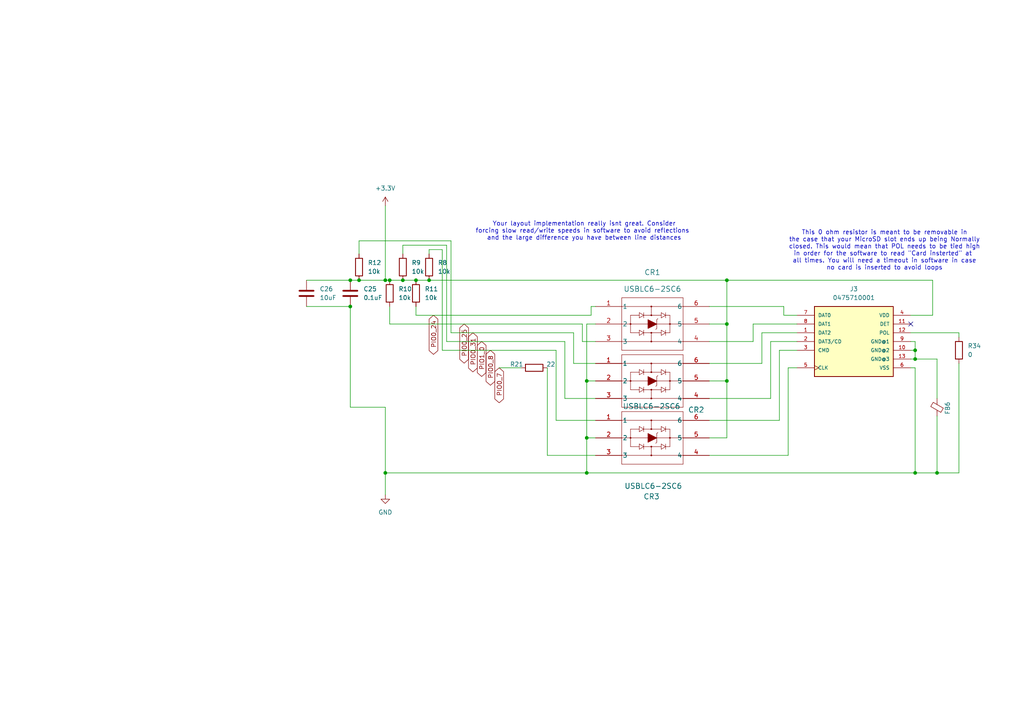
<source format=kicad_sch>
(kicad_sch (version 20250114) (generator "eeschema") (generator_version "9.0")
  (paper "A4")
  (lib_symbols
    (symbol "Device:C" (pin_numbers (hide yes)) (pin_names (offset 0.254))
      (property "Reference" "C" (at 0.635 2.54 0))
      (property "Value" "C" (at 0.635 -2.54 0))
      (symbol "C_0_1"
        (polyline (pts (xy -2.032 0.762) (xy 2.032 0.762)) (stroke (width 0.508)))
        (polyline (pts (xy -2.032 -0.762) (xy 2.032 -0.762)) (stroke (width 0.508)))
      )
      (symbol "C_1_1"
        (pin passive line (at 0 3.81 270) (length 2.794) (name "~") (number "1"))
        (pin passive line (at 0 -3.81 90) (length 2.794) (name "~") (number "2"))
      )
    )
    (symbol "Device:FerriteBead_Small" (pin_numbers (hide yes)) (pin_names (offset 0))
      (property "Reference" "FB" (at 1.905 1.27 0))
      (property "Value" "FerriteBead_Small" (at 1.905 -1.27 0))
      (symbol "FerriteBead_Small_0_1"
        (polyline (pts (xy -1.8288 0.2794) (xy -1.1176 1.4986) (xy 1.8288 -0.2032) (xy 1.1176 -1.4224) (xy -1.8288 0.2794)))
        (polyline (pts (xy 0 0.889) (xy 0 1.2954)))
        (polyline (pts (xy 0 -1.27) (xy 0 -0.7874)))
      )
      (symbol "FerriteBead_Small_1_1"
        (pin passive line (at 0 2.54 270) (length 1.27) (name "~") (number "1"))
        (pin passive line (at 0 -2.54 90) (length 1.27) (name "~") (number "2"))
      )
    )
    (symbol "Device:R" (pin_numbers (hide yes)) (pin_names (offset 0))
      (property "Reference" "R" (at 2.032 0 90))
      (property "Value" "R" (at 0 0 90))
      (symbol "R_0_1"
        (rectangle (start -1.016 -2.54) (end 1.016 2.54) (stroke (width 0.254)))
      )
      (symbol "R_1_1"
        (pin passive line (at 0 3.81 270) (length 1.27) (name "~") (number "1"))
        (pin passive line (at 0 -3.81 90) (length 1.27) (name "~") (number "2"))
      )
    )
    (symbol "MicroSD:0475710001" (pin_names (offset 1.016))
      (property "Reference" "J" (at -10.1651 10.1651 0))
      (property "Value" "0475710001" (at -10.1613 -12.7016 0))
      (symbol "0475710001_0_0"
        (rectangle (start -10.16 -10.16) (end 12.7 10.16) (stroke (width 0.254)) (fill (type background)))
        (pin bidirectional line (at -15.24 7.62 0) (length 5.08) (name "DAT0") (number "7"))
        (pin bidirectional line (at -15.24 5.08 0) (length 5.08) (name "DAT1") (number "8"))
        (pin bidirectional line (at -15.24 2.54 0) (length 5.08) (name "DAT2") (number "1"))
        (pin bidirectional line (at -15.24 0 0) (length 5.08) (name "DAT3/CD") (number "2"))
        (pin bidirectional line (at -15.24 -2.54 0) (length 5.08) (name "CMD") (number "3"))
        (pin bidirectional clock (at -15.24 -7.62 0) (length 5.08) (name "CLK") (number "5"))
        (pin power_in line (at 17.78 7.62 180) (length 5.08) (name "VDD") (number "4"))
        (pin passive line (at 17.78 5.08 180) (length 5.08) (name "DET") (number "11"))
        (pin passive line (at 17.78 2.54 180) (length 5.08) (name "POL") (number "12"))
        (pin power_in line (at 17.78 0 180) (length 5.08) (name "GND@1") (number "9"))
        (pin power_in line (at 17.78 -2.54 180) (length 5.08) (name "GND@2") (number "10"))
        (pin power_in line (at 17.78 -5.08 180) (length 5.08) (name "GND@3") (number "13"))
        (pin power_in line (at 17.78 -7.62 180) (length 5.08) (name "VSS") (number "6"))
      )
    )
    (symbol "TVS2Line:USBLC6-2SC6" (pin_names (offset 0.254))
      (property "Reference" "CR" (at 16.51 7.62 0))
      (property "Value" "USBLC6-2SC6" (at 16.51 5.08 0))
      (symbol "USBLC6-2SC6_0_1"
        (polyline (pts (xy 7.62 2.54) (xy 7.62 -12.7)) (stroke (width 0.127)))
        (polyline (pts (xy 7.62 0) (xy 25.4 0)) (stroke (width 0.127)))
        (polyline (pts (xy 7.62 -5.08) (xy 25.4 -5.08)) (stroke (width 0.127)))
        (polyline (pts (xy 7.62 -10.16) (xy 25.4 -10.16)) (stroke (width 0.127)))
        (polyline (pts (xy 7.62 -12.7) (xy 25.4 -12.7)) (stroke (width 0.127)))
        (polyline (pts (xy 10.16 -2.54) (xy 10.16 -7.62)) (stroke (width 0.127)))
        (circle (center 10.16 -5.08) (radius 0.127) (stroke (width 0.254)))
        (polyline (pts (xy 10.16 -7.62) (xy 12.7 -7.62)) (stroke (width 0.127)))
        (polyline (pts (xy 12.7 -1.778) (xy 12.7 -3.302)) (stroke (width 0.127)))
        (polyline (pts (xy 12.7 -2.54) (xy 10.16 -2.54)) (stroke (width 0.127)))
        (polyline (pts (xy 12.7 -3.302) (xy 13.97 -2.54)) (stroke (width 0.127)))
        (polyline (pts (xy 12.7 -6.858) (xy 12.7 -8.382)) (stroke (width 0.127)))
        (polyline (pts (xy 12.7 -8.382) (xy 13.97 -7.62)) (stroke (width 0.127)))
        (polyline (pts (xy 13.97 -1.778) (xy 13.97 -3.302)) (stroke (width 0.127)))
        (polyline (pts (xy 13.97 -2.54) (xy 12.7 -1.778)) (stroke (width 0.127)))
        (polyline (pts (xy 13.97 -2.54) (xy 19.05 -2.54)) (stroke (width 0.127)))
        (polyline (pts (xy 13.97 -6.858) (xy 13.97 -8.382)) (stroke (width 0.127)))
        (polyline (pts (xy 13.97 -7.62) (xy 12.7 -6.858)) (stroke (width 0.127)))
        (polyline (pts (xy 13.97 -7.62) (xy 19.05 -7.62)) (stroke (width 0.127)))
        (polyline (pts (xy 15.24 -3.81) (xy 15.24 -6.35)) (stroke (width 0.127)))
        (polyline (pts (xy 15.24 -3.81) (xy 15.24 -6.35) (xy 17.78 -5.08)) (fill (type outline)))
        (polyline (pts (xy 15.24 -6.35) (xy 17.78 -5.08)) (stroke (width 0.127)))
        (circle (center 16.1925 0) (radius 0.127) (stroke (width 0.254)))
        (polyline (pts (xy 16.1925 -2.54) (xy 16.1925 0)) (stroke (width 0.127)))
        (circle (center 16.1925 -2.54) (radius 0.127) (stroke (width 0.254)))
        (polyline (pts (xy 16.1925 -7.62) (xy 16.1925 -10.16)) (stroke (width 0.127)))
        (circle (center 16.1925 -7.62) (radius 0.127) (stroke (width 0.254)))
        (circle (center 16.1925 -10.16) (radius 0.127) (stroke (width 0.254)))
        (polyline (pts (xy 17.78 -3.81) (xy 17.78 -6.35)) (stroke (width 0.127)))
        (polyline (pts (xy 17.78 -3.81) (xy 18.0975 -3.4925)) (stroke (width 0.127)))
        (polyline (pts (xy 17.78 -5.08) (xy 15.24 -3.81)) (stroke (width 0.127)))
        (polyline (pts (xy 17.78 -6.35) (xy 17.4625 -6.6675)) (stroke (width 0.127)))
        (polyline (pts (xy 19.05 -1.778) (xy 20.32 -2.54)) (stroke (width 0.127)))
        (polyline (pts (xy 19.05 -3.302) (xy 19.05 -1.778)) (stroke (width 0.127)))
        (polyline (pts (xy 19.05 -6.858) (xy 20.32 -7.62)) (stroke (width 0.127)))
        (polyline (pts (xy 19.05 -8.382) (xy 19.05 -6.858)) (stroke (width 0.127)))
        (polyline (pts (xy 20.32 -2.54) (xy 19.05 -3.302)) (stroke (width 0.127)))
        (polyline (pts (xy 20.32 -2.54) (xy 21.59 -2.54)) (stroke (width 0.127)))
        (polyline (pts (xy 20.32 -3.302) (xy 20.32 -1.778)) (stroke (width 0.127)))
        (polyline (pts (xy 20.32 -7.62) (xy 19.05 -8.382)) (stroke (width 0.127)))
        (polyline (pts (xy 20.32 -7.62) (xy 21.59 -7.62)) (stroke (width 0.127)))
        (polyline (pts (xy 20.32 -8.382) (xy 20.32 -6.858)) (stroke (width 0.127)))
        (circle (center 21.59 -5.08) (radius 0.127) (stroke (width 0.254)))
        (polyline (pts (xy 21.59 -7.62) (xy 21.59 -2.54)) (stroke (width 0.127)))
        (polyline (pts (xy 25.4 2.54) (xy 7.62 2.54)) (stroke (width 0.127)))
        (polyline (pts (xy 25.4 -12.7) (xy 25.4 2.54)) (stroke (width 0.127)))
        (pin unspecified line (at 0 0 0) (length 7.62) (name "1") (number "1"))
        (pin unspecified line (at 0 -5.08 0) (length 7.62) (name "2") (number "2"))
        (pin unspecified line (at 0 -10.16 0) (length 7.62) (name "3") (number "3"))
        (pin unspecified line (at 33.02 0 180) (length 7.62) (name "6") (number "6"))
        (pin unspecified line (at 33.02 -5.08 180) (length 7.62) (name "5") (number "5"))
        (pin unspecified line (at 33.02 -10.16 180) (length 7.62) (name "4") (number "4"))
      )
    )
    (symbol "power:+3.3V" (power) (pin_numbers (hide yes)) (pin_names (offset 0) (hide yes))
      (property "Value" "+3.3V" (at 0 3.556 0))
      (symbol "+3.3V_0_1"
        (polyline (pts (xy -0.762 1.27) (xy 0 2.54)))
        (polyline (pts (xy 0 2.54) (xy 0.762 1.27)))
        (polyline (pts (xy 0 0) (xy 0 2.54)))
      )
      (symbol "+3.3V_1_1"
        (pin power_in line (at 0 0 90) (length 0) (name "~") (number "1"))
      )
    )
    (symbol "power:GND" (power) (pin_numbers (hide yes)) (pin_names (offset 0) (hide yes))
      (property "Value" "GND" (at 0 -3.81 0))
      (symbol "GND_0_1"
        (polyline (pts (xy 0 0) (xy 0 -1.27) (xy 1.27 -1.27) (xy 0 -2.54) (xy -1.27 -1.27) (xy 0 -1.27)))
      )
      (symbol "GND_1_1"
        (pin power_in line (at 0 0 270) (length 0) (name "~") (number "1"))
      )
    )
  )
  (text "This 0 ohm resistor is meant to be removable in\nthe case that your MicroSD slot ends up being Normally\nclosed. This would mean that POL needs to be tied high\nin order for the software to read \"Card insterted\" at \nall times. You will need a timeout in software in case\nno card is inserted to avoid loops" (at 256.54 72.644 0) (effects (font (size 1.27 1.27))))
  (text "Your layout implementation really isnt great. Consider\nforcing slow read/write speeds in software to avoid reflections \nand the large difference you have between line distances" (at 169.418 67.056 0) (effects (font (size 1.27 1.27))))
  (junction (at 111.76 137.16))
  (junction (at 101.6 88.9))
  (junction (at 120.65 81.28))
  (junction (at 170.18 127))
  (junction (at 265.43 104.14))
  (junction (at 113.03 81.28))
  (junction (at 210.82 110.49))
  (junction (at 210.82 93.98))
  (junction (at 210.82 81.28))
  (junction (at 265.43 137.16))
  (junction (at 170.18 110.49))
  (junction (at 265.43 101.6))
  (junction (at 271.78 137.16))
  (junction (at 104.14 81.28))
  (junction (at 170.18 137.16))
  (junction (at 116.84 81.28))
  (junction (at 124.46 81.28))
  (junction (at 101.6 81.28))
  (junction (at 111.76 81.28))
  (no_connect (at 264.16 93.98))
  (wire (pts (xy 205.74 88.9) (xy 227.33 88.9)))
  (wire (pts (xy 227.33 88.9) (xy 227.33 91.44)))
  (wire (pts (xy 116.84 73.66) (xy 116.84 71.12)))
  (wire (pts (xy 205.74 99.06) (xy 218.44 99.06)))
  (wire (pts (xy 205.74 121.92) (xy 226.06 121.92)))
  (wire (pts (xy 264.16 96.52) (xy 278.13 96.52)))
  (wire (pts (xy 170.18 110.49) (xy 170.18 127)))
  (wire (pts (xy 120.65 81.28) (xy 124.46 81.28)))
  (wire (pts (xy 104.14 73.66) (xy 104.14 69.85)))
  (wire (pts (xy 172.72 110.49) (xy 170.18 110.49)))
  (wire (pts (xy 205.74 110.49) (xy 210.82 110.49)))
  (wire (pts (xy 210.82 127) (xy 210.82 110.49)))
  (wire (pts (xy 113.03 81.28) (xy 111.76 81.28)))
  (wire (pts (xy 218.44 99.06) (xy 218.44 93.98)))
  (wire (pts (xy 168.91 93.98) (xy 168.91 99.06)))
  (wire (pts (xy 166.37 96.52) (xy 166.37 105.41)))
  (wire (pts (xy 161.29 121.92) (xy 172.72 121.92)))
  (wire (pts (xy 205.74 105.41) (xy 220.98 105.41)))
  (wire (pts (xy 113.03 88.9) (xy 113.03 93.98)))
  (wire (pts (xy 218.44 93.98) (xy 231.14 93.98)))
  (wire (pts (xy 264.16 104.14) (xy 265.43 104.14)))
  (wire (pts (xy 170.18 93.98) (xy 170.18 110.49)))
  (wire (pts (xy 111.76 118.11) (xy 111.76 137.16)))
  (wire (pts (xy 220.98 96.52) (xy 231.14 96.52)))
  (wire (pts (xy 278.13 137.16) (xy 271.78 137.16)))
  (wire (pts (xy 228.6 132.08) (xy 228.6 106.68)))
  (wire (pts (xy 271.78 115.57) (xy 271.78 104.14)))
  (wire (pts (xy 111.76 59.69) (xy 111.76 81.28)))
  (wire (pts (xy 270.51 91.44) (xy 264.16 91.44)))
  (wire (pts (xy 271.78 137.16) (xy 265.43 137.16)))
  (wire (pts (xy 172.72 127) (xy 170.18 127)))
  (wire (pts (xy 223.52 99.06) (xy 223.52 115.57)))
  (wire (pts (xy 113.03 81.28) (xy 116.84 81.28)))
  (wire (pts (xy 120.65 88.9) (xy 120.65 91.44)))
  (wire (pts (xy 88.9 88.9) (xy 101.6 88.9)))
  (wire (pts (xy 210.82 93.98) (xy 210.82 110.49)))
  (wire (pts (xy 227.33 91.44) (xy 231.14 91.44)))
  (wire (pts (xy 271.78 104.14) (xy 265.43 104.14)))
  (wire (pts (xy 124.46 72.39) (xy 128.27 72.39)))
  (wire (pts (xy 129.54 99.06) (xy 163.83 99.06)))
  (wire (pts (xy 171.45 88.9) (xy 172.72 88.9)))
  (wire (pts (xy 158.75 106.68) (xy 158.75 132.08)))
  (wire (pts (xy 170.18 137.16) (xy 265.43 137.16)))
  (wire (pts (xy 163.83 115.57) (xy 172.72 115.57)))
  (wire (pts (xy 101.6 118.11) (xy 111.76 118.11)))
  (wire (pts (xy 226.06 101.6) (xy 231.14 101.6)))
  (wire (pts (xy 129.54 71.12) (xy 129.54 99.06)))
  (wire (pts (xy 205.74 93.98) (xy 210.82 93.98)))
  (wire (pts (xy 228.6 106.68) (xy 231.14 106.68)))
  (wire (pts (xy 220.98 105.41) (xy 220.98 96.52)))
  (wire (pts (xy 111.76 137.16) (xy 170.18 137.16)))
  (wire (pts (xy 124.46 81.28) (xy 210.82 81.28)))
  (wire (pts (xy 278.13 96.52) (xy 278.13 97.79)))
  (wire (pts (xy 120.65 81.28) (xy 116.84 81.28)))
  (wire (pts (xy 205.74 127) (xy 210.82 127)))
  (wire (pts (xy 265.43 106.68) (xy 264.16 106.68)))
  (wire (pts (xy 161.29 101.6) (xy 161.29 121.92)))
  (wire (pts (xy 101.6 81.28) (xy 104.14 81.28)))
  (wire (pts (xy 171.45 91.44) (xy 171.45 88.9)))
  (wire (pts (xy 172.72 93.98) (xy 170.18 93.98)))
  (wire (pts (xy 270.51 81.28) (xy 270.51 91.44)))
  (wire (pts (xy 116.84 71.12) (xy 129.54 71.12)))
  (wire (pts (xy 104.14 81.28) (xy 111.76 81.28)))
  (wire (pts (xy 265.43 104.14) (xy 265.43 101.6)))
  (wire (pts (xy 205.74 115.57) (xy 223.52 115.57)))
  (wire (pts (xy 166.37 105.41) (xy 172.72 105.41)))
  (wire (pts (xy 264.16 99.06) (xy 265.43 99.06)))
  (wire (pts (xy 163.83 99.06) (xy 163.83 115.57)))
  (wire (pts (xy 104.14 69.85) (xy 130.81 69.85)))
  (wire (pts (xy 101.6 88.9) (xy 101.6 118.11)))
  (wire (pts (xy 113.03 93.98) (xy 168.91 93.98)))
  (wire (pts (xy 128.27 101.6) (xy 161.29 101.6)))
  (wire (pts (xy 226.06 121.92) (xy 226.06 101.6)))
  (wire (pts (xy 111.76 143.51) (xy 111.76 137.16)))
  (wire (pts (xy 128.27 72.39) (xy 128.27 101.6)))
  (wire (pts (xy 144.78 106.68) (xy 151.13 106.68)))
  (wire (pts (xy 264.16 101.6) (xy 265.43 101.6)))
  (wire (pts (xy 210.82 81.28) (xy 270.51 81.28)))
  (wire (pts (xy 88.9 81.28) (xy 101.6 81.28)))
  (wire (pts (xy 210.82 81.28) (xy 210.82 93.98)))
  (wire (pts (xy 170.18 127) (xy 170.18 137.16)))
  (wire (pts (xy 130.81 96.52) (xy 166.37 96.52)))
  (wire (pts (xy 124.46 73.66) (xy 124.46 72.39)))
  (wire (pts (xy 120.65 91.44) (xy 171.45 91.44)))
  (wire (pts (xy 205.74 132.08) (xy 228.6 132.08)))
  (wire (pts (xy 168.91 99.06) (xy 172.72 99.06)))
  (wire (pts (xy 158.75 132.08) (xy 172.72 132.08)))
  (wire (pts (xy 130.81 69.85) (xy 130.81 96.52)))
  (wire (pts (xy 271.78 120.65) (xy 271.78 137.16)))
  (wire (pts (xy 265.43 101.6) (xy 265.43 99.06)))
  (wire (pts (xy 265.43 106.68) (xy 265.43 137.16)))
  (wire (pts (xy 223.52 99.06) (xy 231.14 99.06)))
  (wire (pts (xy 278.13 105.41) (xy 278.13 137.16)))
  (global_label "PIO1_0" (shape bidirectional) (at 139.7 99.06 270) (property "Intersheetrefs" "${INTERSHEET_REFS}" (effects (hide yes))))
  (global_label "PIO0_24" (shape bidirectional) (at 125.73 91.44 270) (property "Intersheetrefs" "${INTERSHEET_REFS}" (effects (hide yes))))
  (global_label "PIO0_7" (shape bidirectional) (at 144.78 106.68 270) (property "Intersheetrefs" "${INTERSHEET_REFS}" (effects (hide yes))))
  (global_label "PIO0_8" (shape bidirectional) (at 142.24 101.6 270) (property "Intersheetrefs" "${INTERSHEET_REFS}" (effects (hide yes))))
  (global_label "PIO0_25" (shape bidirectional) (at 134.62 93.98 270) (property "Intersheetrefs" "${INTERSHEET_REFS}" (effects (hide yes))))
  (global_label "PIO0_31" (shape bidirectional) (at 137.16 96.52 270) (property "Intersheetrefs" "${INTERSHEET_REFS}" (effects (hide yes))))
  (symbol (lib_id "Device:R") (at 154.94 106.68 90) (unit 1)
    (property "Reference" "R21" (at 149.86 105.664 90))
    (property "Value" "22" (at 159.766 105.664 90))
    (property "Footprint" "Resistor_SMD:R_0805_2012Metric_Pad1.20x1.40mm_HandSolder" (effects (hide yes)))
    (property "Description" "Resistor" (effects (hide yes)))
  )
  (symbol (lib_id "power:GND") (at 111.76 143.51 0) (unit 1)
    (property "Reference" "#PWR032" (effects (hide yes)))
    (property "Value" "GND" (at 111.76 148.59 0))
    (property "Description" "Power symbol creates a global label with name \"GND\" , ground" (effects (hide yes)))
  )
  (symbol (lib_id "Device:R") (at 278.13 101.6 0) (unit 1)
    (property "Reference" "R34" (at 280.67 100.3299 0) (effects (justify left)))
    (property "Value" "0" (at 280.67 102.8699 0) (effects (justify left)))
    (property "Footprint" "Resistor_SMD:R_0805_2012Metric_Pad1.20x1.40mm_HandSolder" (effects (hide yes)))
    (property "Description" "Resistor" (effects (hide yes)))
  )
  (symbol (lib_id "Device:R") (at 120.65 85.09 0) (unit 1)
    (property "Reference" "R11" (at 123.19 83.8199 0) (effects (justify left)))
    (property "Value" "10k" (at 123.19 86.3599 0) (effects (justify left)))
    (property "Footprint" "Resistor_SMD:R_0805_2012Metric_Pad1.20x1.40mm_HandSolder" (effects (hide yes)))
    (property "Description" "Resistor" (effects (hide yes)))
  )
  (symbol (lib_id "Device:C") (at 88.9 85.09 0) (unit 1)
    (property "Reference" "C26" (at 92.71 83.8199 0) (effects (justify left)))
    (property "Value" "10uF" (at 92.71 86.3599 0) (effects (justify left)))
    (property "Footprint" "Capacitor_SMD:C_0805_2012Metric_Pad1.18x1.45mm_HandSolder" (effects (hide yes)))
    (property "Description" "Unpolarized capacitor" (effects (hide yes)))
  )
  (symbol (lib_id "Device:R") (at 116.84 77.47 0) (unit 1)
    (property "Reference" "R9" (at 119.38 76.1999 0) (effects (justify left)))
    (property "Value" "10k" (at 119.38 78.7399 0) (effects (justify left)))
    (property "Footprint" "Resistor_SMD:R_0805_2012Metric_Pad1.20x1.40mm_HandSolder" (effects (hide yes)))
    (property "Description" "Resistor" (effects (hide yes)))
  )
  (symbol (lib_id "TVS2Line:USBLC6-2SC6") (at 172.72 88.9 0) (unit 1)
    (property "Reference" "CR1" (at 189.23 78.994 0) (effects (font (size 1.524 1.524))))
    (property "Value" "USBLC6-2SC6" (at 189.23 83.82 0) (effects (font (size 1.524 1.524))))
    (property "Footprint" "TVS2Line:SOT23-6L_STM-M" (effects (hide yes)))
    (property "Datasheet" "https://www.st.com/resource/en/datasheet/usblc6-2.pdf" (effects (hide yes)))
  )
  (symbol (lib_id "Device:R") (at 113.03 85.09 0) (unit 1)
    (property "Reference" "R10" (at 115.57 83.8199 0) (effects (justify left)))
    (property "Value" "10k" (at 115.57 86.3599 0) (effects (justify left)))
    (property "Footprint" "Resistor_SMD:R_0805_2012Metric_Pad1.20x1.40mm_HandSolder" (effects (hide yes)))
    (property "Description" "Resistor" (effects (hide yes)))
  )
  (symbol (lib_id "Device:R") (at 124.46 77.47 0) (unit 1)
    (property "Reference" "R8" (at 127 76.1999 0) (effects (justify left)))
    (property "Value" "10k" (at 127 78.7399 0) (effects (justify left)))
    (property "Footprint" "Resistor_SMD:R_0805_2012Metric_Pad1.20x1.40mm_HandSolder" (effects (hide yes)))
    (property "Description" "Resistor" (effects (hide yes)))
  )
  (symbol (lib_id "TVS2Line:USBLC6-2SC6") (at 172.72 105.41 0) (unit 1)
    (property "Reference" "CR2" (at 201.93 118.872 0) (effects (font (size 1.524 1.524))))
    (property "Value" "USBLC6-2SC6" (at 188.976 117.856 0) (effects (font (size 1.524 1.524))))
    (property "Footprint" "TVS2Line:SOT23-6L_STM-M" (effects (hide yes)))
    (property "Datasheet" "https://www.st.com/resource/en/datasheet/usblc6-2.pdf" (effects (hide yes)))
  )
  (symbol (lib_id "Device:R") (at 104.14 77.47 0) (unit 1)
    (property "Reference" "R12" (at 106.68 76.1999 0) (effects (justify left)))
    (property "Value" "10k" (at 106.68 78.7399 0) (effects (justify left)))
    (property "Footprint" "Resistor_SMD:R_0805_2012Metric_Pad1.20x1.40mm_HandSolder" (effects (hide yes)))
    (property "Description" "Resistor" (effects (hide yes)))
  )
  (symbol (lib_id "Device:FerriteBead_Small") (at 271.78 118.11 180) (unit 1)
    (property "Reference" "FB6" (at 274.828 118.364 90))
    (property "Value" "MFBW1V1608-601-R" (effects (hide yes)))
    (property "Footprint" "Resistor_SMD:R_0603_1608Metric_Pad0.98x0.95mm_HandSolder" (effects (hide yes)))
    (property "Description" "Ferrite bead, small symbol" (effects (hide yes)))
  )
  (symbol (lib_id "power:+3.3V") (at 111.76 59.69 0) (unit 1)
    (property "Reference" "#PWR054" (effects (hide yes)))
    (property "Value" "+3.3V" (at 111.76 54.61 0))
    (property "Description" "Power symbol creates a global label with name \"+3.3V\"" (effects (hide yes)))
  )
  (symbol (lib_id "Device:C") (at 101.6 85.09 0) (unit 1)
    (property "Reference" "C25" (at 105.41 83.8199 0) (effects (justify left)))
    (property "Value" "0.1uF" (at 105.41 86.3599 0) (effects (justify left)))
    (property "Footprint" "Capacitor_SMD:C_0805_2012Metric_Pad1.18x1.45mm_HandSolder" (effects (hide yes)))
    (property "Description" "Unpolarized capacitor" (effects (hide yes)))
  )
  (symbol (lib_id "MicroSD:0475710001") (at 246.38 99.06 0) (unit 1)
    (property "Reference" "J3" (at 247.65 83.82 0))
    (property "Value" "0475710001" (at 247.65 86.36 0))
    (property "Footprint" "MicroSD:MOLEX_0475710001" (effects (hide yes)))
    (property "MF" "Molex" (effects (hide yes)))
    (property "Description_1" "9 (8 + 1) Position Card Connector Secure Digital - microSD™ Surface Mount, Right Angle Gold" (effects (hide yes)))
    (property "Package" "None" (effects (hide yes)))
    (property "Price" "None" (effects (hide yes)))
    (property "Check_prices" "https://www.snapeda.com/parts/475710001/Molex/view-part/?ref=eda" (effects (hide yes)))
    (property "SnapEDA_Link" "https://www.snapeda.com/parts/475710001/Molex/view-part/?ref=snap" (effects (hide yes)))
    (property "MP" "475710001" (effects (hide yes)))
    (property "Purchase-URL" "https://www.snapeda.com/api/url_track_click_mouser/?unipart_id=4166432&manufacturer=Molex&part_name=475710001&search_term=microsd" (effects (hide yes)))
    (property "Availability" "In Stock" (effects (hide yes)))
    (property "MANUFACTURER" "MOLEX" (effects (hide yes)))
  )
  (symbol (lib_id "TVS2Line:USBLC6-2SC6") (at 172.72 121.92 0) (unit 1)
    (property "Reference" "CR3" (at 188.976 144.018 0) (effects (font (size 1.524 1.524))))
    (property "Value" "USBLC6-2SC6" (at 189.484 140.97 0) (effects (font (size 1.524 1.524))))
    (property "Footprint" "TVS2Line:SOT23-6L_STM-M" (effects (hide yes)))
    (property "Datasheet" "https://www.st.com/resource/en/datasheet/usblc6-2.pdf" (effects (hide yes)))
  )
)
</source>
